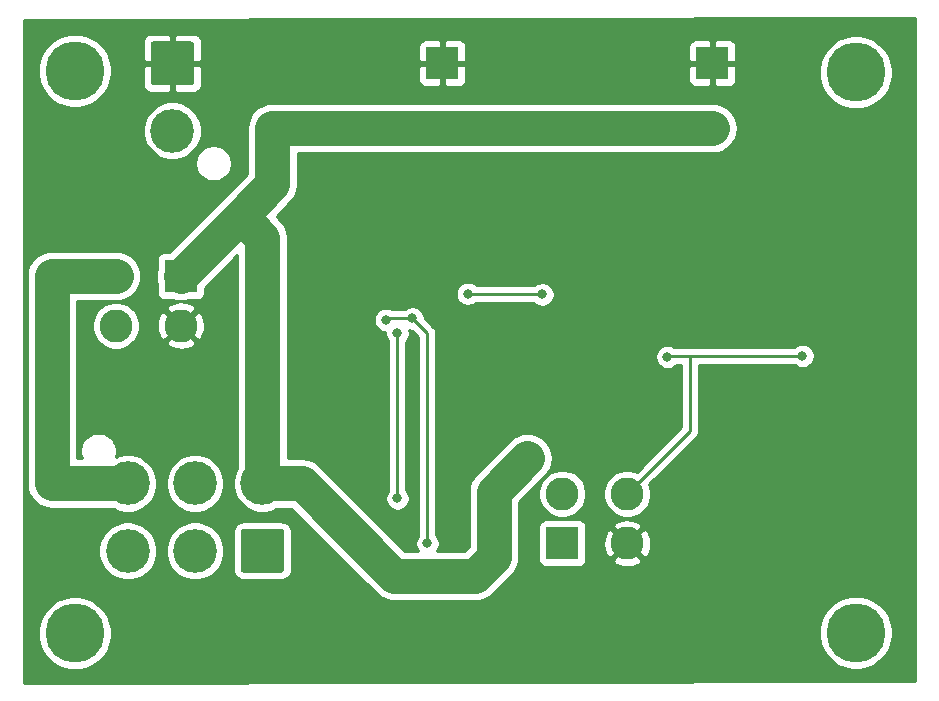
<source format=gbr>
%TF.GenerationSoftware,KiCad,Pcbnew,(5.1.6)-1*%
%TF.CreationDate,2021-04-27T14:58:59-04:00*%
%TF.ProjectId,GLV_BOBV6,474c565f-424f-4425-9636-2e6b69636164,rev?*%
%TF.SameCoordinates,Original*%
%TF.FileFunction,Copper,L2,Bot*%
%TF.FilePolarity,Positive*%
%FSLAX46Y46*%
G04 Gerber Fmt 4.6, Leading zero omitted, Abs format (unit mm)*
G04 Created by KiCad (PCBNEW (5.1.6)-1) date 2021-04-27 14:58:59*
%MOMM*%
%LPD*%
G01*
G04 APERTURE LIST*
%TA.AperFunction,ComponentPad*%
%ADD10R,2.800000X2.800000*%
%TD*%
%TA.AperFunction,ComponentPad*%
%ADD11C,2.800000*%
%TD*%
%TA.AperFunction,ComponentPad*%
%ADD12C,5.000000*%
%TD*%
%TA.AperFunction,ComponentPad*%
%ADD13C,3.700000*%
%TD*%
%TA.AperFunction,ViaPad*%
%ADD14C,0.800000*%
%TD*%
%TA.AperFunction,Conductor*%
%ADD15C,0.250000*%
%TD*%
%TA.AperFunction,Conductor*%
%ADD16C,3.000000*%
%TD*%
%TA.AperFunction,Conductor*%
%ADD17C,0.254000*%
%TD*%
G04 APERTURE END LIST*
D10*
%TO.P,J2 Extra 24V,1*%
%TO.N,/GLV_RTN*%
X177800000Y-21590000D03*
D11*
%TO.P,J2 Extra 24V,2*%
%TO.N,/24V*%
X177800000Y-27090000D03*
%TD*%
%TO.P,J3 CAN ISO,2*%
%TO.N,/24V*%
X154940000Y-27090000D03*
D10*
%TO.P,J3 CAN ISO,1*%
%TO.N,/GLV_RTN*%
X154940000Y-21590000D03*
%TD*%
D11*
%TO.P,J4 Logic,4*%
%TO.N,/24V*%
X170600000Y-58030000D03*
%TO.P,J4 Logic,3*%
%TO.N,/GLV_RTN*%
X170600000Y-62230000D03*
%TO.P,J4 Logic,2*%
%TO.N,/SDA_NOT_ISO*%
X165100000Y-58030000D03*
D10*
%TO.P,J4 Logic,1*%
%TO.N,/SCL_NOT_ISO*%
X165100000Y-62230000D03*
%TD*%
%TO.P,J5 TSI,1*%
%TO.N,/24V*%
X132800000Y-39600000D03*
D11*
%TO.P,J5 TSI,2*%
%TO.N,/GLV_RTN*%
X132800000Y-43800000D03*
%TO.P,J5 TSI,3*%
%TO.N,/BREAKER_OUT_SL*%
X127300000Y-39600000D03*
%TO.P,J5 TSI,4*%
%TO.N,/BREAKER_OUT_COOL*%
X127300000Y-43800000D03*
%TD*%
D12*
%TO.P,H1,1*%
%TO.N,N/C*%
X123825000Y-22225000D03*
%TD*%
%TO.P,H2,1*%
%TO.N,N/C*%
X123825000Y-69850000D03*
%TD*%
%TO.P,H3,1*%
%TO.N,N/C*%
X189950000Y-22350000D03*
%TD*%
%TO.P,H4,1*%
%TO.N,N/C*%
X189950000Y-69800000D03*
%TD*%
D13*
%TO.P,J1 LSP,2*%
%TO.N,/BATT+*%
X132080000Y-27290000D03*
%TO.P,J1 LSP,1*%
%TO.N,/GLV_RTN*%
%TA.AperFunction,ComponentPad*%
G36*
G01*
X130230000Y-23189999D02*
X130230000Y-19990001D01*
G75*
G02*
X130480001Y-19740000I250001J0D01*
G01*
X133679999Y-19740000D01*
G75*
G02*
X133930000Y-19990001I0J-250001D01*
G01*
X133930000Y-23189999D01*
G75*
G02*
X133679999Y-23440000I-250001J0D01*
G01*
X130480001Y-23440000D01*
G75*
G02*
X130230000Y-23189999I0J250001D01*
G01*
G37*
%TD.AperFunction*%
%TD*%
%TO.P,J6 Breakers,6*%
%TO.N,/BREAKER_OUT_SL*%
X128300000Y-57165000D03*
%TO.P,J6 Breakers,5*%
%TO.N,/BREAKER_OUT_COOL*%
X134000000Y-57165000D03*
%TO.P,J6 Breakers,4*%
%TO.N,/24V*%
X139700000Y-57165000D03*
%TO.P,J6 Breakers,3*%
%TO.N,/24V_NOT_BREAKERED*%
X128300000Y-62865000D03*
%TO.P,J6 Breakers,2*%
X134000000Y-62865000D03*
%TO.P,J6 Breakers,1*%
%TA.AperFunction,ComponentPad*%
G36*
G01*
X141550000Y-61265001D02*
X141550000Y-64464999D01*
G75*
G02*
X141299999Y-64715000I-250001J0D01*
G01*
X138100001Y-64715000D01*
G75*
G02*
X137850000Y-64464999I0J250001D01*
G01*
X137850000Y-61265001D01*
G75*
G02*
X138100001Y-61015000I250001J0D01*
G01*
X141299999Y-61015000D01*
G75*
G02*
X141550000Y-61265001I0J-250001D01*
G01*
G37*
%TD.AperFunction*%
%TD*%
D14*
%TO.N,/GLV_RTN*%
X162560000Y-46355000D03*
X182572700Y-33261300D03*
%TO.N,/24V*%
X185420000Y-46355000D03*
X173990000Y-46445000D03*
X162140000Y-55030000D03*
%TO.N,/SDA_NOT_ISO*%
X151130000Y-44450000D03*
X151130000Y-58420000D03*
%TO.N,/SCL_NOT_ISO*%
X152400000Y-43180000D03*
X153670000Y-62230000D03*
X150173600Y-43308400D03*
%TO.N,/5V_NON_ISO*%
X163400000Y-41150000D03*
X157100000Y-41100000D03*
%TD*%
D15*
%TO.N,/24V*%
X174080000Y-46355000D02*
X173990000Y-46445000D01*
X175895000Y-52735000D02*
X170600000Y-58030000D01*
X175895000Y-46355000D02*
X174080000Y-46355000D01*
X175895000Y-46355000D02*
X175895000Y-52735000D01*
X185420000Y-46355000D02*
X175895000Y-46355000D01*
D16*
X154940000Y-27090000D02*
X177800000Y-27090000D01*
X139700000Y-52070000D02*
X139700000Y-57365000D01*
X154940000Y-27090000D02*
X140550000Y-27090000D01*
X140550000Y-27090000D02*
X140550000Y-31850000D01*
X139700000Y-46500000D02*
X139700000Y-52070000D01*
X139700000Y-36340000D02*
X137880000Y-34520000D01*
X140550000Y-31850000D02*
X137880000Y-34520000D01*
X139700000Y-46500000D02*
X139700000Y-36340000D01*
X137880000Y-34520000D02*
X132800000Y-39600000D01*
X143049800Y-57165000D02*
X150884800Y-65000000D01*
X150884800Y-65000000D02*
X157692000Y-65000000D01*
X139700000Y-57165000D02*
X143049800Y-57165000D01*
X157692000Y-65000000D02*
X159300800Y-63391200D01*
X159300800Y-57869200D02*
X162140000Y-55030000D01*
X159300800Y-63391200D02*
X159300800Y-57869200D01*
D15*
%TO.N,/SDA_NOT_ISO*%
X151130000Y-44450000D02*
X151130000Y-58420000D01*
%TO.N,/SCL_NOT_ISO*%
X152400000Y-43180000D02*
X153670000Y-44450000D01*
X153670000Y-44450000D02*
X153670000Y-62230000D01*
X152400000Y-43180000D02*
X150302000Y-43180000D01*
X150302000Y-43180000D02*
X150173600Y-43308400D01*
D16*
%TO.N,/BREAKER_OUT_SL*%
X127300000Y-39600000D02*
X121878000Y-39600000D01*
X121878000Y-39600000D02*
X121878000Y-57126000D01*
X121917000Y-57165000D02*
X128300000Y-57165000D01*
D15*
X121878000Y-57126000D02*
X121917000Y-57165000D01*
%TO.N,/5V_NON_ISO*%
X163400000Y-41150000D02*
X157150000Y-41150000D01*
X157150000Y-41150000D02*
X157100000Y-41100000D01*
%TD*%
D17*
%TO.N,/GLV_RTN*%
G36*
X194973000Y-73917208D02*
G01*
X119507000Y-74040792D01*
X119507000Y-69541229D01*
X120690000Y-69541229D01*
X120690000Y-70158771D01*
X120810476Y-70764446D01*
X121046799Y-71334979D01*
X121389886Y-71848446D01*
X121826554Y-72285114D01*
X122340021Y-72628201D01*
X122910554Y-72864524D01*
X123516229Y-72985000D01*
X124133771Y-72985000D01*
X124739446Y-72864524D01*
X125309979Y-72628201D01*
X125823446Y-72285114D01*
X126260114Y-71848446D01*
X126603201Y-71334979D01*
X126839524Y-70764446D01*
X126960000Y-70158771D01*
X126960000Y-69541229D01*
X126950055Y-69491229D01*
X186815000Y-69491229D01*
X186815000Y-70108771D01*
X186935476Y-70714446D01*
X187171799Y-71284979D01*
X187514886Y-71798446D01*
X187951554Y-72235114D01*
X188465021Y-72578201D01*
X189035554Y-72814524D01*
X189641229Y-72935000D01*
X190258771Y-72935000D01*
X190864446Y-72814524D01*
X191434979Y-72578201D01*
X191948446Y-72235114D01*
X192385114Y-71798446D01*
X192728201Y-71284979D01*
X192964524Y-70714446D01*
X193085000Y-70108771D01*
X193085000Y-69491229D01*
X192964524Y-68885554D01*
X192728201Y-68315021D01*
X192385114Y-67801554D01*
X191948446Y-67364886D01*
X191434979Y-67021799D01*
X190864446Y-66785476D01*
X190258771Y-66665000D01*
X189641229Y-66665000D01*
X189035554Y-66785476D01*
X188465021Y-67021799D01*
X187951554Y-67364886D01*
X187514886Y-67801554D01*
X187171799Y-68315021D01*
X186935476Y-68885554D01*
X186815000Y-69491229D01*
X126950055Y-69491229D01*
X126839524Y-68935554D01*
X126603201Y-68365021D01*
X126260114Y-67851554D01*
X125823446Y-67414886D01*
X125309979Y-67071799D01*
X124739446Y-66835476D01*
X124133771Y-66715000D01*
X123516229Y-66715000D01*
X122910554Y-66835476D01*
X122340021Y-67071799D01*
X121826554Y-67414886D01*
X121389886Y-67851554D01*
X121046799Y-68365021D01*
X120810476Y-68935554D01*
X120690000Y-69541229D01*
X119507000Y-69541229D01*
X119507000Y-62620249D01*
X125815000Y-62620249D01*
X125815000Y-63109751D01*
X125910497Y-63589848D01*
X126097821Y-64042089D01*
X126369774Y-64449095D01*
X126715905Y-64795226D01*
X127122911Y-65067179D01*
X127575152Y-65254503D01*
X128055249Y-65350000D01*
X128544751Y-65350000D01*
X129024848Y-65254503D01*
X129477089Y-65067179D01*
X129884095Y-64795226D01*
X130230226Y-64449095D01*
X130502179Y-64042089D01*
X130689503Y-63589848D01*
X130785000Y-63109751D01*
X130785000Y-62620249D01*
X131515000Y-62620249D01*
X131515000Y-63109751D01*
X131610497Y-63589848D01*
X131797821Y-64042089D01*
X132069774Y-64449095D01*
X132415905Y-64795226D01*
X132822911Y-65067179D01*
X133275152Y-65254503D01*
X133755249Y-65350000D01*
X134244751Y-65350000D01*
X134724848Y-65254503D01*
X135177089Y-65067179D01*
X135584095Y-64795226D01*
X135930226Y-64449095D01*
X136202179Y-64042089D01*
X136389503Y-63589848D01*
X136485000Y-63109751D01*
X136485000Y-62620249D01*
X136389503Y-62140152D01*
X136202179Y-61687911D01*
X135930226Y-61280905D01*
X135914322Y-61265001D01*
X137211928Y-61265001D01*
X137211928Y-64464999D01*
X137228992Y-64638253D01*
X137279529Y-64804850D01*
X137361595Y-64958386D01*
X137472039Y-65092961D01*
X137606614Y-65203405D01*
X137760150Y-65285471D01*
X137926747Y-65336008D01*
X138100001Y-65353072D01*
X141299999Y-65353072D01*
X141473253Y-65336008D01*
X141639850Y-65285471D01*
X141793386Y-65203405D01*
X141927961Y-65092961D01*
X142038405Y-64958386D01*
X142120471Y-64804850D01*
X142171008Y-64638253D01*
X142188072Y-64464999D01*
X142188072Y-61265001D01*
X142171008Y-61091747D01*
X142120471Y-60925150D01*
X142038405Y-60771614D01*
X141927961Y-60637039D01*
X141793386Y-60526595D01*
X141639850Y-60444529D01*
X141473253Y-60393992D01*
X141299999Y-60376928D01*
X138100001Y-60376928D01*
X137926747Y-60393992D01*
X137760150Y-60444529D01*
X137606614Y-60526595D01*
X137472039Y-60637039D01*
X137361595Y-60771614D01*
X137279529Y-60925150D01*
X137228992Y-61091747D01*
X137211928Y-61265001D01*
X135914322Y-61265001D01*
X135584095Y-60934774D01*
X135177089Y-60662821D01*
X134724848Y-60475497D01*
X134244751Y-60380000D01*
X133755249Y-60380000D01*
X133275152Y-60475497D01*
X132822911Y-60662821D01*
X132415905Y-60934774D01*
X132069774Y-61280905D01*
X131797821Y-61687911D01*
X131610497Y-62140152D01*
X131515000Y-62620249D01*
X130785000Y-62620249D01*
X130689503Y-62140152D01*
X130502179Y-61687911D01*
X130230226Y-61280905D01*
X129884095Y-60934774D01*
X129477089Y-60662821D01*
X129024848Y-60475497D01*
X128544751Y-60380000D01*
X128055249Y-60380000D01*
X127575152Y-60475497D01*
X127122911Y-60662821D01*
X126715905Y-60934774D01*
X126369774Y-61280905D01*
X126097821Y-61687911D01*
X125910497Y-62140152D01*
X125815000Y-62620249D01*
X119507000Y-62620249D01*
X119507000Y-39600000D01*
X119732670Y-39600000D01*
X119743000Y-39704882D01*
X119743001Y-57230882D01*
X119773893Y-57544533D01*
X119895975Y-57946982D01*
X120094224Y-58317881D01*
X120361024Y-58642977D01*
X120382441Y-58660554D01*
X120400023Y-58681977D01*
X120725119Y-58948777D01*
X121096018Y-59147026D01*
X121498467Y-59269108D01*
X121812118Y-59300000D01*
X127022371Y-59300000D01*
X127122911Y-59367179D01*
X127575152Y-59554503D01*
X128055249Y-59650000D01*
X128544751Y-59650000D01*
X129024848Y-59554503D01*
X129477089Y-59367179D01*
X129884095Y-59095226D01*
X130230226Y-58749095D01*
X130502179Y-58342089D01*
X130689503Y-57889848D01*
X130785000Y-57409751D01*
X130785000Y-56920249D01*
X131515000Y-56920249D01*
X131515000Y-57409751D01*
X131610497Y-57889848D01*
X131797821Y-58342089D01*
X132069774Y-58749095D01*
X132415905Y-59095226D01*
X132822911Y-59367179D01*
X133275152Y-59554503D01*
X133755249Y-59650000D01*
X134244751Y-59650000D01*
X134724848Y-59554503D01*
X135177089Y-59367179D01*
X135584095Y-59095226D01*
X135930226Y-58749095D01*
X136202179Y-58342089D01*
X136389503Y-57889848D01*
X136485000Y-57409751D01*
X136485000Y-56920249D01*
X136389503Y-56440152D01*
X136202179Y-55987911D01*
X135930226Y-55580905D01*
X135584095Y-55234774D01*
X135177089Y-54962821D01*
X134724848Y-54775497D01*
X134244751Y-54680000D01*
X133755249Y-54680000D01*
X133275152Y-54775497D01*
X132822911Y-54962821D01*
X132415905Y-55234774D01*
X132069774Y-55580905D01*
X131797821Y-55987911D01*
X131610497Y-56440152D01*
X131515000Y-56920249D01*
X130785000Y-56920249D01*
X130689503Y-56440152D01*
X130502179Y-55987911D01*
X130230226Y-55580905D01*
X129884095Y-55234774D01*
X129477089Y-54962821D01*
X129024848Y-54775497D01*
X128544751Y-54680000D01*
X128055249Y-54680000D01*
X127575152Y-54775497D01*
X127271822Y-54901140D01*
X127296011Y-54842743D01*
X127355000Y-54546184D01*
X127355000Y-54243816D01*
X127296011Y-53947257D01*
X127180299Y-53667905D01*
X127012312Y-53416495D01*
X126798505Y-53202688D01*
X126547095Y-53034701D01*
X126267743Y-52918989D01*
X125971184Y-52860000D01*
X125668816Y-52860000D01*
X125372257Y-52918989D01*
X125092905Y-53034701D01*
X124841495Y-53202688D01*
X124627688Y-53416495D01*
X124459701Y-53667905D01*
X124343989Y-53947257D01*
X124285000Y-54243816D01*
X124285000Y-54546184D01*
X124343989Y-54842743D01*
X124421554Y-55030000D01*
X124013000Y-55030000D01*
X124013000Y-43599570D01*
X125265000Y-43599570D01*
X125265000Y-44000430D01*
X125343204Y-44393587D01*
X125496607Y-44763934D01*
X125719313Y-45097237D01*
X126002763Y-45380687D01*
X126336066Y-45603393D01*
X126706413Y-45756796D01*
X127099570Y-45835000D01*
X127500430Y-45835000D01*
X127893587Y-45756796D01*
X128263934Y-45603393D01*
X128597237Y-45380687D01*
X128757477Y-45220447D01*
X131559158Y-45220447D01*
X131703135Y-45525770D01*
X132060892Y-45706597D01*
X132447053Y-45814155D01*
X132846777Y-45844310D01*
X133244704Y-45795904D01*
X133625540Y-45670795D01*
X133896865Y-45525770D01*
X134040842Y-45220447D01*
X132800000Y-43979605D01*
X131559158Y-45220447D01*
X128757477Y-45220447D01*
X128880687Y-45097237D01*
X129103393Y-44763934D01*
X129256796Y-44393587D01*
X129335000Y-44000430D01*
X129335000Y-43846777D01*
X130755690Y-43846777D01*
X130804096Y-44244704D01*
X130929205Y-44625540D01*
X131074230Y-44896865D01*
X131379553Y-45040842D01*
X132620395Y-43800000D01*
X132979605Y-43800000D01*
X134220447Y-45040842D01*
X134525770Y-44896865D01*
X134706597Y-44539108D01*
X134814155Y-44152947D01*
X134844310Y-43753223D01*
X134795904Y-43355296D01*
X134670795Y-42974460D01*
X134525770Y-42703135D01*
X134220447Y-42559158D01*
X132979605Y-43800000D01*
X132620395Y-43800000D01*
X131379553Y-42559158D01*
X131074230Y-42703135D01*
X130893403Y-43060892D01*
X130785845Y-43447053D01*
X130755690Y-43846777D01*
X129335000Y-43846777D01*
X129335000Y-43599570D01*
X129256796Y-43206413D01*
X129103393Y-42836066D01*
X128880687Y-42502763D01*
X128757477Y-42379553D01*
X131559158Y-42379553D01*
X132800000Y-43620395D01*
X134040842Y-42379553D01*
X133896865Y-42074230D01*
X133539108Y-41893403D01*
X133152947Y-41785845D01*
X132753223Y-41755690D01*
X132355296Y-41804096D01*
X131974460Y-41929205D01*
X131703135Y-42074230D01*
X131559158Y-42379553D01*
X128757477Y-42379553D01*
X128597237Y-42219313D01*
X128263934Y-41996607D01*
X127893587Y-41843204D01*
X127500430Y-41765000D01*
X127099570Y-41765000D01*
X126706413Y-41843204D01*
X126336066Y-41996607D01*
X126002763Y-42219313D01*
X125719313Y-42502763D01*
X125496607Y-42836066D01*
X125343204Y-43206413D01*
X125265000Y-43599570D01*
X124013000Y-43599570D01*
X124013000Y-41735000D01*
X127404882Y-41735000D01*
X127718533Y-41704108D01*
X128120982Y-41582026D01*
X128491881Y-41383777D01*
X128816977Y-41116977D01*
X129083777Y-40791881D01*
X129282026Y-40420982D01*
X129404108Y-40018533D01*
X129445330Y-39600000D01*
X130654671Y-39600000D01*
X130695893Y-40018533D01*
X130761928Y-40236220D01*
X130761928Y-41000000D01*
X130774188Y-41124482D01*
X130810498Y-41244180D01*
X130869463Y-41354494D01*
X130948815Y-41451185D01*
X131045506Y-41530537D01*
X131155820Y-41589502D01*
X131275518Y-41625812D01*
X131400000Y-41638072D01*
X132163780Y-41638072D01*
X132381467Y-41704107D01*
X132800000Y-41745329D01*
X133218533Y-41704107D01*
X133436220Y-41638072D01*
X134200000Y-41638072D01*
X134324482Y-41625812D01*
X134444180Y-41589502D01*
X134554494Y-41530537D01*
X134651185Y-41451185D01*
X134730537Y-41354494D01*
X134789502Y-41244180D01*
X134825812Y-41124482D01*
X134838072Y-41000000D01*
X134838072Y-40581273D01*
X137565001Y-37854345D01*
X137565000Y-46395118D01*
X137565000Y-46395119D01*
X137565001Y-51965109D01*
X137565000Y-51965119D01*
X137565001Y-55887370D01*
X137497821Y-55987911D01*
X137310497Y-56440152D01*
X137215000Y-56920249D01*
X137215000Y-57409751D01*
X137310497Y-57889848D01*
X137497821Y-58342089D01*
X137769774Y-58749095D01*
X138115905Y-59095226D01*
X138522911Y-59367179D01*
X138975152Y-59554503D01*
X139455249Y-59650000D01*
X139944751Y-59650000D01*
X140424848Y-59554503D01*
X140877089Y-59367179D01*
X140977629Y-59300000D01*
X142165455Y-59300000D01*
X149300967Y-66435513D01*
X149367823Y-66516977D01*
X149449287Y-66583833D01*
X149449289Y-66583835D01*
X149548189Y-66665000D01*
X149692919Y-66783777D01*
X150063818Y-66982026D01*
X150466267Y-67104108D01*
X150779918Y-67135000D01*
X150779927Y-67135000D01*
X150884799Y-67145329D01*
X150989671Y-67135000D01*
X157587128Y-67135000D01*
X157692000Y-67145329D01*
X157796872Y-67135000D01*
X157796882Y-67135000D01*
X158110533Y-67104108D01*
X158512982Y-66982026D01*
X158883881Y-66783777D01*
X159208977Y-66516977D01*
X159275837Y-66435508D01*
X160736313Y-64975033D01*
X160817777Y-64908177D01*
X160902576Y-64804850D01*
X161084576Y-64583082D01*
X161085440Y-64581467D01*
X161282826Y-64212182D01*
X161404908Y-63809733D01*
X161435800Y-63496082D01*
X161435800Y-63496075D01*
X161446129Y-63391200D01*
X161435800Y-63286326D01*
X161435800Y-60830000D01*
X163061928Y-60830000D01*
X163061928Y-63630000D01*
X163074188Y-63754482D01*
X163110498Y-63874180D01*
X163169463Y-63984494D01*
X163248815Y-64081185D01*
X163345506Y-64160537D01*
X163455820Y-64219502D01*
X163575518Y-64255812D01*
X163700000Y-64268072D01*
X166500000Y-64268072D01*
X166624482Y-64255812D01*
X166744180Y-64219502D01*
X166854494Y-64160537D01*
X166951185Y-64081185D01*
X167030537Y-63984494D01*
X167089502Y-63874180D01*
X167125812Y-63754482D01*
X167136058Y-63650447D01*
X169359158Y-63650447D01*
X169503135Y-63955770D01*
X169860892Y-64136597D01*
X170247053Y-64244155D01*
X170646777Y-64274310D01*
X171044704Y-64225904D01*
X171425540Y-64100795D01*
X171696865Y-63955770D01*
X171840842Y-63650447D01*
X170600000Y-62409605D01*
X169359158Y-63650447D01*
X167136058Y-63650447D01*
X167138072Y-63630000D01*
X167138072Y-62276777D01*
X168555690Y-62276777D01*
X168604096Y-62674704D01*
X168729205Y-63055540D01*
X168874230Y-63326865D01*
X169179553Y-63470842D01*
X170420395Y-62230000D01*
X170779605Y-62230000D01*
X172020447Y-63470842D01*
X172325770Y-63326865D01*
X172506597Y-62969108D01*
X172614155Y-62582947D01*
X172644310Y-62183223D01*
X172595904Y-61785296D01*
X172470795Y-61404460D01*
X172325770Y-61133135D01*
X172020447Y-60989158D01*
X170779605Y-62230000D01*
X170420395Y-62230000D01*
X169179553Y-60989158D01*
X168874230Y-61133135D01*
X168693403Y-61490892D01*
X168585845Y-61877053D01*
X168555690Y-62276777D01*
X167138072Y-62276777D01*
X167138072Y-60830000D01*
X167136059Y-60809553D01*
X169359158Y-60809553D01*
X170600000Y-62050395D01*
X171840842Y-60809553D01*
X171696865Y-60504230D01*
X171339108Y-60323403D01*
X170952947Y-60215845D01*
X170553223Y-60185690D01*
X170155296Y-60234096D01*
X169774460Y-60359205D01*
X169503135Y-60504230D01*
X169359158Y-60809553D01*
X167136059Y-60809553D01*
X167125812Y-60705518D01*
X167089502Y-60585820D01*
X167030537Y-60475506D01*
X166951185Y-60378815D01*
X166854494Y-60299463D01*
X166744180Y-60240498D01*
X166624482Y-60204188D01*
X166500000Y-60191928D01*
X163700000Y-60191928D01*
X163575518Y-60204188D01*
X163455820Y-60240498D01*
X163345506Y-60299463D01*
X163248815Y-60378815D01*
X163169463Y-60475506D01*
X163110498Y-60585820D01*
X163074188Y-60705518D01*
X163061928Y-60830000D01*
X161435800Y-60830000D01*
X161435800Y-58753545D01*
X162359775Y-57829570D01*
X163065000Y-57829570D01*
X163065000Y-58230430D01*
X163143204Y-58623587D01*
X163296607Y-58993934D01*
X163519313Y-59327237D01*
X163802763Y-59610687D01*
X164136066Y-59833393D01*
X164506413Y-59986796D01*
X164899570Y-60065000D01*
X165300430Y-60065000D01*
X165693587Y-59986796D01*
X166063934Y-59833393D01*
X166397237Y-59610687D01*
X166680687Y-59327237D01*
X166903393Y-58993934D01*
X167056796Y-58623587D01*
X167135000Y-58230430D01*
X167135000Y-57829570D01*
X168565000Y-57829570D01*
X168565000Y-58230430D01*
X168643204Y-58623587D01*
X168796607Y-58993934D01*
X169019313Y-59327237D01*
X169302763Y-59610687D01*
X169636066Y-59833393D01*
X170006413Y-59986796D01*
X170399570Y-60065000D01*
X170800430Y-60065000D01*
X171193587Y-59986796D01*
X171563934Y-59833393D01*
X171897237Y-59610687D01*
X172180687Y-59327237D01*
X172403393Y-58993934D01*
X172556796Y-58623587D01*
X172635000Y-58230430D01*
X172635000Y-57829570D01*
X172556796Y-57436413D01*
X172472323Y-57232478D01*
X176406003Y-53298799D01*
X176435001Y-53275001D01*
X176529974Y-53159276D01*
X176600546Y-53027247D01*
X176644003Y-52883986D01*
X176655000Y-52772333D01*
X176655000Y-52772323D01*
X176658676Y-52735000D01*
X176655000Y-52697677D01*
X176655000Y-47115000D01*
X184716289Y-47115000D01*
X184760226Y-47158937D01*
X184929744Y-47272205D01*
X185118102Y-47350226D01*
X185318061Y-47390000D01*
X185521939Y-47390000D01*
X185721898Y-47350226D01*
X185910256Y-47272205D01*
X186079774Y-47158937D01*
X186223937Y-47014774D01*
X186337205Y-46845256D01*
X186415226Y-46656898D01*
X186455000Y-46456939D01*
X186455000Y-46253061D01*
X186415226Y-46053102D01*
X186337205Y-45864744D01*
X186223937Y-45695226D01*
X186079774Y-45551063D01*
X185910256Y-45437795D01*
X185721898Y-45359774D01*
X185521939Y-45320000D01*
X185318061Y-45320000D01*
X185118102Y-45359774D01*
X184929744Y-45437795D01*
X184760226Y-45551063D01*
X184716289Y-45595000D01*
X175932333Y-45595000D01*
X175895000Y-45591323D01*
X175857667Y-45595000D01*
X174580836Y-45595000D01*
X174480256Y-45527795D01*
X174291898Y-45449774D01*
X174091939Y-45410000D01*
X173888061Y-45410000D01*
X173688102Y-45449774D01*
X173499744Y-45527795D01*
X173330226Y-45641063D01*
X173186063Y-45785226D01*
X173072795Y-45954744D01*
X172994774Y-46143102D01*
X172955000Y-46343061D01*
X172955000Y-46546939D01*
X172994774Y-46746898D01*
X173072795Y-46935256D01*
X173186063Y-47104774D01*
X173330226Y-47248937D01*
X173499744Y-47362205D01*
X173688102Y-47440226D01*
X173888061Y-47480000D01*
X174091939Y-47480000D01*
X174291898Y-47440226D01*
X174480256Y-47362205D01*
X174649774Y-47248937D01*
X174783711Y-47115000D01*
X175135000Y-47115000D01*
X175135001Y-52420197D01*
X171397522Y-56157677D01*
X171193587Y-56073204D01*
X170800430Y-55995000D01*
X170399570Y-55995000D01*
X170006413Y-56073204D01*
X169636066Y-56226607D01*
X169302763Y-56449313D01*
X169019313Y-56732763D01*
X168796607Y-57066066D01*
X168643204Y-57436413D01*
X168565000Y-57829570D01*
X167135000Y-57829570D01*
X167056796Y-57436413D01*
X166903393Y-57066066D01*
X166680687Y-56732763D01*
X166397237Y-56449313D01*
X166063934Y-56226607D01*
X165693587Y-56073204D01*
X165300430Y-55995000D01*
X164899570Y-55995000D01*
X164506413Y-56073204D01*
X164136066Y-56226607D01*
X163802763Y-56449313D01*
X163519313Y-56732763D01*
X163296607Y-57066066D01*
X163143204Y-57436413D01*
X163065000Y-57829570D01*
X162359775Y-57829570D01*
X163723835Y-56465511D01*
X163923776Y-56221882D01*
X164122025Y-55850983D01*
X164244107Y-55448534D01*
X164285329Y-55030001D01*
X164244107Y-54611467D01*
X164122025Y-54209019D01*
X163923776Y-53838119D01*
X163656977Y-53513023D01*
X163331881Y-53246224D01*
X162960981Y-53047975D01*
X162558533Y-52925893D01*
X162139999Y-52884671D01*
X161721466Y-52925893D01*
X161319017Y-53047975D01*
X160948118Y-53246224D01*
X160704489Y-53446165D01*
X157865287Y-56285368D01*
X157783824Y-56352223D01*
X157716968Y-56433687D01*
X157716965Y-56433690D01*
X157517024Y-56677319D01*
X157318775Y-57048218D01*
X157196693Y-57450667D01*
X157155471Y-57869200D01*
X157165801Y-57974082D01*
X157165800Y-62506854D01*
X156807655Y-62865000D01*
X154490490Y-62865000D01*
X154587205Y-62720256D01*
X154665226Y-62531898D01*
X154705000Y-62331939D01*
X154705000Y-62128061D01*
X154665226Y-61928102D01*
X154587205Y-61739744D01*
X154473937Y-61570226D01*
X154430000Y-61526289D01*
X154430000Y-44487322D01*
X154433676Y-44449999D01*
X154430000Y-44412676D01*
X154430000Y-44412667D01*
X154419003Y-44301014D01*
X154375546Y-44157753D01*
X154304974Y-44025724D01*
X154210001Y-43909999D01*
X154181004Y-43886202D01*
X153435000Y-43140199D01*
X153435000Y-43078061D01*
X153395226Y-42878102D01*
X153317205Y-42689744D01*
X153203937Y-42520226D01*
X153059774Y-42376063D01*
X152890256Y-42262795D01*
X152701898Y-42184774D01*
X152501939Y-42145000D01*
X152298061Y-42145000D01*
X152098102Y-42184774D01*
X151909744Y-42262795D01*
X151740226Y-42376063D01*
X151696289Y-42420000D01*
X150706966Y-42420000D01*
X150663856Y-42391195D01*
X150475498Y-42313174D01*
X150275539Y-42273400D01*
X150071661Y-42273400D01*
X149871702Y-42313174D01*
X149683344Y-42391195D01*
X149513826Y-42504463D01*
X149369663Y-42648626D01*
X149256395Y-42818144D01*
X149178374Y-43006502D01*
X149138600Y-43206461D01*
X149138600Y-43410339D01*
X149178374Y-43610298D01*
X149256395Y-43798656D01*
X149369663Y-43968174D01*
X149513826Y-44112337D01*
X149683344Y-44225605D01*
X149871702Y-44303626D01*
X150071661Y-44343400D01*
X150095927Y-44343400D01*
X150095000Y-44348061D01*
X150095000Y-44551939D01*
X150134774Y-44751898D01*
X150212795Y-44940256D01*
X150326063Y-45109774D01*
X150370000Y-45153711D01*
X150370001Y-57716288D01*
X150326063Y-57760226D01*
X150212795Y-57929744D01*
X150134774Y-58118102D01*
X150095000Y-58318061D01*
X150095000Y-58521939D01*
X150134774Y-58721898D01*
X150212795Y-58910256D01*
X150326063Y-59079774D01*
X150470226Y-59223937D01*
X150639744Y-59337205D01*
X150828102Y-59415226D01*
X151028061Y-59455000D01*
X151231939Y-59455000D01*
X151431898Y-59415226D01*
X151620256Y-59337205D01*
X151789774Y-59223937D01*
X151933937Y-59079774D01*
X152047205Y-58910256D01*
X152125226Y-58721898D01*
X152165000Y-58521939D01*
X152165000Y-58318061D01*
X152125226Y-58118102D01*
X152047205Y-57929744D01*
X151933937Y-57760226D01*
X151890000Y-57716289D01*
X151890000Y-45153711D01*
X151933937Y-45109774D01*
X152047205Y-44940256D01*
X152125226Y-44751898D01*
X152165000Y-44551939D01*
X152165000Y-44348061D01*
X152131961Y-44181961D01*
X152298061Y-44215000D01*
X152360199Y-44215000D01*
X152910000Y-44764802D01*
X152910001Y-61526288D01*
X152866063Y-61570226D01*
X152752795Y-61739744D01*
X152674774Y-61928102D01*
X152635000Y-62128061D01*
X152635000Y-62331939D01*
X152674774Y-62531898D01*
X152752795Y-62720256D01*
X152849510Y-62865000D01*
X151769146Y-62865000D01*
X144633637Y-55729492D01*
X144566777Y-55648023D01*
X144241681Y-55381223D01*
X143870782Y-55182974D01*
X143468333Y-55060892D01*
X143154682Y-55030000D01*
X143154672Y-55030000D01*
X143049800Y-55019671D01*
X142944928Y-55030000D01*
X141835000Y-55030000D01*
X141835000Y-40998061D01*
X156065000Y-40998061D01*
X156065000Y-41201939D01*
X156104774Y-41401898D01*
X156182795Y-41590256D01*
X156296063Y-41759774D01*
X156440226Y-41903937D01*
X156609744Y-42017205D01*
X156798102Y-42095226D01*
X156998061Y-42135000D01*
X157201939Y-42135000D01*
X157401898Y-42095226D01*
X157590256Y-42017205D01*
X157750700Y-41910000D01*
X162696289Y-41910000D01*
X162740226Y-41953937D01*
X162909744Y-42067205D01*
X163098102Y-42145226D01*
X163298061Y-42185000D01*
X163501939Y-42185000D01*
X163701898Y-42145226D01*
X163890256Y-42067205D01*
X164059774Y-41953937D01*
X164203937Y-41809774D01*
X164317205Y-41640256D01*
X164395226Y-41451898D01*
X164435000Y-41251939D01*
X164435000Y-41048061D01*
X164395226Y-40848102D01*
X164317205Y-40659744D01*
X164203937Y-40490226D01*
X164059774Y-40346063D01*
X163890256Y-40232795D01*
X163701898Y-40154774D01*
X163501939Y-40115000D01*
X163298061Y-40115000D01*
X163098102Y-40154774D01*
X162909744Y-40232795D01*
X162740226Y-40346063D01*
X162696289Y-40390000D01*
X157853711Y-40390000D01*
X157759774Y-40296063D01*
X157590256Y-40182795D01*
X157401898Y-40104774D01*
X157201939Y-40065000D01*
X156998061Y-40065000D01*
X156798102Y-40104774D01*
X156609744Y-40182795D01*
X156440226Y-40296063D01*
X156296063Y-40440226D01*
X156182795Y-40609744D01*
X156104774Y-40798102D01*
X156065000Y-40998061D01*
X141835000Y-40998061D01*
X141835000Y-36444874D01*
X141845329Y-36340000D01*
X141835000Y-36235125D01*
X141835000Y-36235118D01*
X141804108Y-35921467D01*
X141682026Y-35519018D01*
X141483777Y-35148119D01*
X141216977Y-34823023D01*
X141135508Y-34756163D01*
X140899345Y-34520000D01*
X141985513Y-33433833D01*
X142066977Y-33366977D01*
X142333777Y-33041881D01*
X142532026Y-32670982D01*
X142654108Y-32268533D01*
X142685000Y-31954882D01*
X142685000Y-31954873D01*
X142695329Y-31850001D01*
X142685000Y-31745129D01*
X142685000Y-29225000D01*
X177904882Y-29225000D01*
X178218533Y-29194108D01*
X178620982Y-29072026D01*
X178991881Y-28873777D01*
X179316977Y-28606977D01*
X179583777Y-28281881D01*
X179782026Y-27910982D01*
X179904108Y-27508533D01*
X179945330Y-27090000D01*
X179904108Y-26671467D01*
X179782026Y-26269018D01*
X179583777Y-25898119D01*
X179316977Y-25573023D01*
X178991881Y-25306223D01*
X178620982Y-25107974D01*
X178218533Y-24985892D01*
X177904882Y-24955000D01*
X140654882Y-24955000D01*
X140550000Y-24944670D01*
X140445118Y-24955000D01*
X140131467Y-24985892D01*
X139729018Y-25107974D01*
X139358119Y-25306223D01*
X139033023Y-25573023D01*
X138766223Y-25898119D01*
X138567974Y-26269018D01*
X138445892Y-26671467D01*
X138404670Y-27090000D01*
X138415000Y-27194882D01*
X138415001Y-30965653D01*
X136444494Y-32936161D01*
X136444489Y-32936165D01*
X136444485Y-32936169D01*
X136363023Y-33003023D01*
X136296169Y-33084485D01*
X131818727Y-37561928D01*
X131400000Y-37561928D01*
X131275518Y-37574188D01*
X131155820Y-37610498D01*
X131045506Y-37669463D01*
X130948815Y-37748815D01*
X130869463Y-37845506D01*
X130810498Y-37955820D01*
X130774188Y-38075518D01*
X130761928Y-38200000D01*
X130761928Y-38963780D01*
X130695893Y-39181467D01*
X130654671Y-39600000D01*
X129445330Y-39600000D01*
X129404108Y-39181467D01*
X129282026Y-38779018D01*
X129083777Y-38408119D01*
X128816977Y-38083023D01*
X128491881Y-37816223D01*
X128120982Y-37617974D01*
X127718533Y-37495892D01*
X127404882Y-37465000D01*
X121982882Y-37465000D01*
X121878000Y-37454670D01*
X121773118Y-37465000D01*
X121459467Y-37495892D01*
X121057018Y-37617974D01*
X120686119Y-37816223D01*
X120361023Y-38083023D01*
X120094223Y-38408119D01*
X119895974Y-38779018D01*
X119773892Y-39181467D01*
X119732670Y-39600000D01*
X119507000Y-39600000D01*
X119507000Y-29908816D01*
X134025000Y-29908816D01*
X134025000Y-30211184D01*
X134083989Y-30507743D01*
X134199701Y-30787095D01*
X134367688Y-31038505D01*
X134581495Y-31252312D01*
X134832905Y-31420299D01*
X135112257Y-31536011D01*
X135408816Y-31595000D01*
X135711184Y-31595000D01*
X136007743Y-31536011D01*
X136287095Y-31420299D01*
X136538505Y-31252312D01*
X136752312Y-31038505D01*
X136920299Y-30787095D01*
X137036011Y-30507743D01*
X137095000Y-30211184D01*
X137095000Y-29908816D01*
X137036011Y-29612257D01*
X136920299Y-29332905D01*
X136752312Y-29081495D01*
X136538505Y-28867688D01*
X136287095Y-28699701D01*
X136007743Y-28583989D01*
X135711184Y-28525000D01*
X135408816Y-28525000D01*
X135112257Y-28583989D01*
X134832905Y-28699701D01*
X134581495Y-28867688D01*
X134367688Y-29081495D01*
X134199701Y-29332905D01*
X134083989Y-29612257D01*
X134025000Y-29908816D01*
X119507000Y-29908816D01*
X119507000Y-27045249D01*
X129595000Y-27045249D01*
X129595000Y-27534751D01*
X129690497Y-28014848D01*
X129877821Y-28467089D01*
X130149774Y-28874095D01*
X130495905Y-29220226D01*
X130902911Y-29492179D01*
X131355152Y-29679503D01*
X131835249Y-29775000D01*
X132324751Y-29775000D01*
X132804848Y-29679503D01*
X133257089Y-29492179D01*
X133664095Y-29220226D01*
X134010226Y-28874095D01*
X134282179Y-28467089D01*
X134469503Y-28014848D01*
X134565000Y-27534751D01*
X134565000Y-27045249D01*
X134469503Y-26565152D01*
X134282179Y-26112911D01*
X134010226Y-25705905D01*
X133664095Y-25359774D01*
X133257089Y-25087821D01*
X132804848Y-24900497D01*
X132324751Y-24805000D01*
X131835249Y-24805000D01*
X131355152Y-24900497D01*
X130902911Y-25087821D01*
X130495905Y-25359774D01*
X130149774Y-25705905D01*
X129877821Y-26112911D01*
X129690497Y-26565152D01*
X129595000Y-27045249D01*
X119507000Y-27045249D01*
X119507000Y-21916229D01*
X120690000Y-21916229D01*
X120690000Y-22533771D01*
X120810476Y-23139446D01*
X121046799Y-23709979D01*
X121389886Y-24223446D01*
X121826554Y-24660114D01*
X122340021Y-25003201D01*
X122910554Y-25239524D01*
X123516229Y-25360000D01*
X124133771Y-25360000D01*
X124739446Y-25239524D01*
X125309979Y-25003201D01*
X125823446Y-24660114D01*
X126260114Y-24223446D01*
X126603201Y-23709979D01*
X126715030Y-23440000D01*
X129591928Y-23440000D01*
X129604188Y-23564482D01*
X129640498Y-23684180D01*
X129699463Y-23794494D01*
X129778815Y-23891185D01*
X129875506Y-23970537D01*
X129985820Y-24029502D01*
X130105518Y-24065812D01*
X130230000Y-24078072D01*
X131794250Y-24075000D01*
X131953000Y-23916250D01*
X131953000Y-21717000D01*
X132207000Y-21717000D01*
X132207000Y-23916250D01*
X132365750Y-24075000D01*
X133930000Y-24078072D01*
X134054482Y-24065812D01*
X134174180Y-24029502D01*
X134284494Y-23970537D01*
X134381185Y-23891185D01*
X134460537Y-23794494D01*
X134519502Y-23684180D01*
X134555812Y-23564482D01*
X134568072Y-23440000D01*
X134567189Y-22990000D01*
X152901928Y-22990000D01*
X152914188Y-23114482D01*
X152950498Y-23234180D01*
X153009463Y-23344494D01*
X153088815Y-23441185D01*
X153185506Y-23520537D01*
X153295820Y-23579502D01*
X153415518Y-23615812D01*
X153540000Y-23628072D01*
X154654250Y-23625000D01*
X154813000Y-23466250D01*
X154813000Y-21717000D01*
X155067000Y-21717000D01*
X155067000Y-23466250D01*
X155225750Y-23625000D01*
X156340000Y-23628072D01*
X156464482Y-23615812D01*
X156584180Y-23579502D01*
X156694494Y-23520537D01*
X156791185Y-23441185D01*
X156870537Y-23344494D01*
X156929502Y-23234180D01*
X156965812Y-23114482D01*
X156978072Y-22990000D01*
X175761928Y-22990000D01*
X175774188Y-23114482D01*
X175810498Y-23234180D01*
X175869463Y-23344494D01*
X175948815Y-23441185D01*
X176045506Y-23520537D01*
X176155820Y-23579502D01*
X176275518Y-23615812D01*
X176400000Y-23628072D01*
X177514250Y-23625000D01*
X177673000Y-23466250D01*
X177673000Y-21717000D01*
X177927000Y-21717000D01*
X177927000Y-23466250D01*
X178085750Y-23625000D01*
X179200000Y-23628072D01*
X179324482Y-23615812D01*
X179444180Y-23579502D01*
X179554494Y-23520537D01*
X179651185Y-23441185D01*
X179730537Y-23344494D01*
X179789502Y-23234180D01*
X179825812Y-23114482D01*
X179838072Y-22990000D01*
X179835457Y-22041229D01*
X186815000Y-22041229D01*
X186815000Y-22658771D01*
X186935476Y-23264446D01*
X187171799Y-23834979D01*
X187514886Y-24348446D01*
X187951554Y-24785114D01*
X188465021Y-25128201D01*
X189035554Y-25364524D01*
X189641229Y-25485000D01*
X190258771Y-25485000D01*
X190864446Y-25364524D01*
X191434979Y-25128201D01*
X191948446Y-24785114D01*
X192385114Y-24348446D01*
X192728201Y-23834979D01*
X192964524Y-23264446D01*
X193085000Y-22658771D01*
X193085000Y-22041229D01*
X192964524Y-21435554D01*
X192728201Y-20865021D01*
X192385114Y-20351554D01*
X191948446Y-19914886D01*
X191434979Y-19571799D01*
X190864446Y-19335476D01*
X190258771Y-19215000D01*
X189641229Y-19215000D01*
X189035554Y-19335476D01*
X188465021Y-19571799D01*
X187951554Y-19914886D01*
X187514886Y-20351554D01*
X187171799Y-20865021D01*
X186935476Y-21435554D01*
X186815000Y-22041229D01*
X179835457Y-22041229D01*
X179835000Y-21875750D01*
X179676250Y-21717000D01*
X177927000Y-21717000D01*
X177673000Y-21717000D01*
X175923750Y-21717000D01*
X175765000Y-21875750D01*
X175761928Y-22990000D01*
X156978072Y-22990000D01*
X156975000Y-21875750D01*
X156816250Y-21717000D01*
X155067000Y-21717000D01*
X154813000Y-21717000D01*
X153063750Y-21717000D01*
X152905000Y-21875750D01*
X152901928Y-22990000D01*
X134567189Y-22990000D01*
X134565000Y-21875750D01*
X134406250Y-21717000D01*
X132207000Y-21717000D01*
X131953000Y-21717000D01*
X129753750Y-21717000D01*
X129595000Y-21875750D01*
X129591928Y-23440000D01*
X126715030Y-23440000D01*
X126839524Y-23139446D01*
X126960000Y-22533771D01*
X126960000Y-21916229D01*
X126839524Y-21310554D01*
X126603201Y-20740021D01*
X126260114Y-20226554D01*
X125823446Y-19789886D01*
X125748787Y-19740000D01*
X129591928Y-19740000D01*
X129595000Y-21304250D01*
X129753750Y-21463000D01*
X131953000Y-21463000D01*
X131953000Y-19263750D01*
X132207000Y-19263750D01*
X132207000Y-21463000D01*
X134406250Y-21463000D01*
X134565000Y-21304250D01*
X134567188Y-20190000D01*
X152901928Y-20190000D01*
X152905000Y-21304250D01*
X153063750Y-21463000D01*
X154813000Y-21463000D01*
X154813000Y-19713750D01*
X155067000Y-19713750D01*
X155067000Y-21463000D01*
X156816250Y-21463000D01*
X156975000Y-21304250D01*
X156978072Y-20190000D01*
X175761928Y-20190000D01*
X175765000Y-21304250D01*
X175923750Y-21463000D01*
X177673000Y-21463000D01*
X177673000Y-19713750D01*
X177927000Y-19713750D01*
X177927000Y-21463000D01*
X179676250Y-21463000D01*
X179835000Y-21304250D01*
X179838072Y-20190000D01*
X179825812Y-20065518D01*
X179789502Y-19945820D01*
X179730537Y-19835506D01*
X179651185Y-19738815D01*
X179554494Y-19659463D01*
X179444180Y-19600498D01*
X179324482Y-19564188D01*
X179200000Y-19551928D01*
X178085750Y-19555000D01*
X177927000Y-19713750D01*
X177673000Y-19713750D01*
X177514250Y-19555000D01*
X176400000Y-19551928D01*
X176275518Y-19564188D01*
X176155820Y-19600498D01*
X176045506Y-19659463D01*
X175948815Y-19738815D01*
X175869463Y-19835506D01*
X175810498Y-19945820D01*
X175774188Y-20065518D01*
X175761928Y-20190000D01*
X156978072Y-20190000D01*
X156965812Y-20065518D01*
X156929502Y-19945820D01*
X156870537Y-19835506D01*
X156791185Y-19738815D01*
X156694494Y-19659463D01*
X156584180Y-19600498D01*
X156464482Y-19564188D01*
X156340000Y-19551928D01*
X155225750Y-19555000D01*
X155067000Y-19713750D01*
X154813000Y-19713750D01*
X154654250Y-19555000D01*
X153540000Y-19551928D01*
X153415518Y-19564188D01*
X153295820Y-19600498D01*
X153185506Y-19659463D01*
X153088815Y-19738815D01*
X153009463Y-19835506D01*
X152950498Y-19945820D01*
X152914188Y-20065518D01*
X152901928Y-20190000D01*
X134567188Y-20190000D01*
X134568072Y-19740000D01*
X134555812Y-19615518D01*
X134519502Y-19495820D01*
X134460537Y-19385506D01*
X134381185Y-19288815D01*
X134284494Y-19209463D01*
X134174180Y-19150498D01*
X134054482Y-19114188D01*
X133930000Y-19101928D01*
X132365750Y-19105000D01*
X132207000Y-19263750D01*
X131953000Y-19263750D01*
X131794250Y-19105000D01*
X130230000Y-19101928D01*
X130105518Y-19114188D01*
X129985820Y-19150498D01*
X129875506Y-19209463D01*
X129778815Y-19288815D01*
X129699463Y-19385506D01*
X129640498Y-19495820D01*
X129604188Y-19615518D01*
X129591928Y-19740000D01*
X125748787Y-19740000D01*
X125309979Y-19446799D01*
X124739446Y-19210476D01*
X124133771Y-19090000D01*
X123516229Y-19090000D01*
X122910554Y-19210476D01*
X122340021Y-19446799D01*
X121826554Y-19789886D01*
X121389886Y-20226554D01*
X121046799Y-20740021D01*
X120810476Y-21310554D01*
X120690000Y-21916229D01*
X119507000Y-21916229D01*
X119507000Y-17906792D01*
X194973000Y-17783208D01*
X194973000Y-73917208D01*
G37*
X194973000Y-73917208D02*
X119507000Y-74040792D01*
X119507000Y-69541229D01*
X120690000Y-69541229D01*
X120690000Y-70158771D01*
X120810476Y-70764446D01*
X121046799Y-71334979D01*
X121389886Y-71848446D01*
X121826554Y-72285114D01*
X122340021Y-72628201D01*
X122910554Y-72864524D01*
X123516229Y-72985000D01*
X124133771Y-72985000D01*
X124739446Y-72864524D01*
X125309979Y-72628201D01*
X125823446Y-72285114D01*
X126260114Y-71848446D01*
X126603201Y-71334979D01*
X126839524Y-70764446D01*
X126960000Y-70158771D01*
X126960000Y-69541229D01*
X126950055Y-69491229D01*
X186815000Y-69491229D01*
X186815000Y-70108771D01*
X186935476Y-70714446D01*
X187171799Y-71284979D01*
X187514886Y-71798446D01*
X187951554Y-72235114D01*
X188465021Y-72578201D01*
X189035554Y-72814524D01*
X189641229Y-72935000D01*
X190258771Y-72935000D01*
X190864446Y-72814524D01*
X191434979Y-72578201D01*
X191948446Y-72235114D01*
X192385114Y-71798446D01*
X192728201Y-71284979D01*
X192964524Y-70714446D01*
X193085000Y-70108771D01*
X193085000Y-69491229D01*
X192964524Y-68885554D01*
X192728201Y-68315021D01*
X192385114Y-67801554D01*
X191948446Y-67364886D01*
X191434979Y-67021799D01*
X190864446Y-66785476D01*
X190258771Y-66665000D01*
X189641229Y-66665000D01*
X189035554Y-66785476D01*
X188465021Y-67021799D01*
X187951554Y-67364886D01*
X187514886Y-67801554D01*
X187171799Y-68315021D01*
X186935476Y-68885554D01*
X186815000Y-69491229D01*
X126950055Y-69491229D01*
X126839524Y-68935554D01*
X126603201Y-68365021D01*
X126260114Y-67851554D01*
X125823446Y-67414886D01*
X125309979Y-67071799D01*
X124739446Y-66835476D01*
X124133771Y-66715000D01*
X123516229Y-66715000D01*
X122910554Y-66835476D01*
X122340021Y-67071799D01*
X121826554Y-67414886D01*
X121389886Y-67851554D01*
X121046799Y-68365021D01*
X120810476Y-68935554D01*
X120690000Y-69541229D01*
X119507000Y-69541229D01*
X119507000Y-62620249D01*
X125815000Y-62620249D01*
X125815000Y-63109751D01*
X125910497Y-63589848D01*
X126097821Y-64042089D01*
X126369774Y-64449095D01*
X126715905Y-64795226D01*
X127122911Y-65067179D01*
X127575152Y-65254503D01*
X128055249Y-65350000D01*
X128544751Y-65350000D01*
X129024848Y-65254503D01*
X129477089Y-65067179D01*
X129884095Y-64795226D01*
X130230226Y-64449095D01*
X130502179Y-64042089D01*
X130689503Y-63589848D01*
X130785000Y-63109751D01*
X130785000Y-62620249D01*
X131515000Y-62620249D01*
X131515000Y-63109751D01*
X131610497Y-63589848D01*
X131797821Y-64042089D01*
X132069774Y-64449095D01*
X132415905Y-64795226D01*
X132822911Y-65067179D01*
X133275152Y-65254503D01*
X133755249Y-65350000D01*
X134244751Y-65350000D01*
X134724848Y-65254503D01*
X135177089Y-65067179D01*
X135584095Y-64795226D01*
X135930226Y-64449095D01*
X136202179Y-64042089D01*
X136389503Y-63589848D01*
X136485000Y-63109751D01*
X136485000Y-62620249D01*
X136389503Y-62140152D01*
X136202179Y-61687911D01*
X135930226Y-61280905D01*
X135914322Y-61265001D01*
X137211928Y-61265001D01*
X137211928Y-64464999D01*
X137228992Y-64638253D01*
X137279529Y-64804850D01*
X137361595Y-64958386D01*
X137472039Y-65092961D01*
X137606614Y-65203405D01*
X137760150Y-65285471D01*
X137926747Y-65336008D01*
X138100001Y-65353072D01*
X141299999Y-65353072D01*
X141473253Y-65336008D01*
X141639850Y-65285471D01*
X141793386Y-65203405D01*
X141927961Y-65092961D01*
X142038405Y-64958386D01*
X142120471Y-64804850D01*
X142171008Y-64638253D01*
X142188072Y-64464999D01*
X142188072Y-61265001D01*
X142171008Y-61091747D01*
X142120471Y-60925150D01*
X142038405Y-60771614D01*
X141927961Y-60637039D01*
X141793386Y-60526595D01*
X141639850Y-60444529D01*
X141473253Y-60393992D01*
X141299999Y-60376928D01*
X138100001Y-60376928D01*
X137926747Y-60393992D01*
X137760150Y-60444529D01*
X137606614Y-60526595D01*
X137472039Y-60637039D01*
X137361595Y-60771614D01*
X137279529Y-60925150D01*
X137228992Y-61091747D01*
X137211928Y-61265001D01*
X135914322Y-61265001D01*
X135584095Y-60934774D01*
X135177089Y-60662821D01*
X134724848Y-60475497D01*
X134244751Y-60380000D01*
X133755249Y-60380000D01*
X133275152Y-60475497D01*
X132822911Y-60662821D01*
X132415905Y-60934774D01*
X132069774Y-61280905D01*
X131797821Y-61687911D01*
X131610497Y-62140152D01*
X131515000Y-62620249D01*
X130785000Y-62620249D01*
X130689503Y-62140152D01*
X130502179Y-61687911D01*
X130230226Y-61280905D01*
X129884095Y-60934774D01*
X129477089Y-60662821D01*
X129024848Y-60475497D01*
X128544751Y-60380000D01*
X128055249Y-60380000D01*
X127575152Y-60475497D01*
X127122911Y-60662821D01*
X126715905Y-60934774D01*
X126369774Y-61280905D01*
X126097821Y-61687911D01*
X125910497Y-62140152D01*
X125815000Y-62620249D01*
X119507000Y-62620249D01*
X119507000Y-39600000D01*
X119732670Y-39600000D01*
X119743000Y-39704882D01*
X119743001Y-57230882D01*
X119773893Y-57544533D01*
X119895975Y-57946982D01*
X120094224Y-58317881D01*
X120361024Y-58642977D01*
X120382441Y-58660554D01*
X120400023Y-58681977D01*
X120725119Y-58948777D01*
X121096018Y-59147026D01*
X121498467Y-59269108D01*
X121812118Y-59300000D01*
X127022371Y-59300000D01*
X127122911Y-59367179D01*
X127575152Y-59554503D01*
X128055249Y-59650000D01*
X128544751Y-59650000D01*
X129024848Y-59554503D01*
X129477089Y-59367179D01*
X129884095Y-59095226D01*
X130230226Y-58749095D01*
X130502179Y-58342089D01*
X130689503Y-57889848D01*
X130785000Y-57409751D01*
X130785000Y-56920249D01*
X131515000Y-56920249D01*
X131515000Y-57409751D01*
X131610497Y-57889848D01*
X131797821Y-58342089D01*
X132069774Y-58749095D01*
X132415905Y-59095226D01*
X132822911Y-59367179D01*
X133275152Y-59554503D01*
X133755249Y-59650000D01*
X134244751Y-59650000D01*
X134724848Y-59554503D01*
X135177089Y-59367179D01*
X135584095Y-59095226D01*
X135930226Y-58749095D01*
X136202179Y-58342089D01*
X136389503Y-57889848D01*
X136485000Y-57409751D01*
X136485000Y-56920249D01*
X136389503Y-56440152D01*
X136202179Y-55987911D01*
X135930226Y-55580905D01*
X135584095Y-55234774D01*
X135177089Y-54962821D01*
X134724848Y-54775497D01*
X134244751Y-54680000D01*
X133755249Y-54680000D01*
X133275152Y-54775497D01*
X132822911Y-54962821D01*
X132415905Y-55234774D01*
X132069774Y-55580905D01*
X131797821Y-55987911D01*
X131610497Y-56440152D01*
X131515000Y-56920249D01*
X130785000Y-56920249D01*
X130689503Y-56440152D01*
X130502179Y-55987911D01*
X130230226Y-55580905D01*
X129884095Y-55234774D01*
X129477089Y-54962821D01*
X129024848Y-54775497D01*
X128544751Y-54680000D01*
X128055249Y-54680000D01*
X127575152Y-54775497D01*
X127271822Y-54901140D01*
X127296011Y-54842743D01*
X127355000Y-54546184D01*
X127355000Y-54243816D01*
X127296011Y-53947257D01*
X127180299Y-53667905D01*
X127012312Y-53416495D01*
X126798505Y-53202688D01*
X126547095Y-53034701D01*
X126267743Y-52918989D01*
X125971184Y-52860000D01*
X125668816Y-52860000D01*
X125372257Y-52918989D01*
X125092905Y-53034701D01*
X124841495Y-53202688D01*
X124627688Y-53416495D01*
X124459701Y-53667905D01*
X124343989Y-53947257D01*
X124285000Y-54243816D01*
X124285000Y-54546184D01*
X124343989Y-54842743D01*
X124421554Y-55030000D01*
X124013000Y-55030000D01*
X124013000Y-43599570D01*
X125265000Y-43599570D01*
X125265000Y-44000430D01*
X125343204Y-44393587D01*
X125496607Y-44763934D01*
X125719313Y-45097237D01*
X126002763Y-45380687D01*
X126336066Y-45603393D01*
X126706413Y-45756796D01*
X127099570Y-45835000D01*
X127500430Y-45835000D01*
X127893587Y-45756796D01*
X128263934Y-45603393D01*
X128597237Y-45380687D01*
X128757477Y-45220447D01*
X131559158Y-45220447D01*
X131703135Y-45525770D01*
X132060892Y-45706597D01*
X132447053Y-45814155D01*
X132846777Y-45844310D01*
X133244704Y-45795904D01*
X133625540Y-45670795D01*
X133896865Y-45525770D01*
X134040842Y-45220447D01*
X132800000Y-43979605D01*
X131559158Y-45220447D01*
X128757477Y-45220447D01*
X128880687Y-45097237D01*
X129103393Y-44763934D01*
X129256796Y-44393587D01*
X129335000Y-44000430D01*
X129335000Y-43846777D01*
X130755690Y-43846777D01*
X130804096Y-44244704D01*
X130929205Y-44625540D01*
X131074230Y-44896865D01*
X131379553Y-45040842D01*
X132620395Y-43800000D01*
X132979605Y-43800000D01*
X134220447Y-45040842D01*
X134525770Y-44896865D01*
X134706597Y-44539108D01*
X134814155Y-44152947D01*
X134844310Y-43753223D01*
X134795904Y-43355296D01*
X134670795Y-42974460D01*
X134525770Y-42703135D01*
X134220447Y-42559158D01*
X132979605Y-43800000D01*
X132620395Y-43800000D01*
X131379553Y-42559158D01*
X131074230Y-42703135D01*
X130893403Y-43060892D01*
X130785845Y-43447053D01*
X130755690Y-43846777D01*
X129335000Y-43846777D01*
X129335000Y-43599570D01*
X129256796Y-43206413D01*
X129103393Y-42836066D01*
X128880687Y-42502763D01*
X128757477Y-42379553D01*
X131559158Y-42379553D01*
X132800000Y-43620395D01*
X134040842Y-42379553D01*
X133896865Y-42074230D01*
X133539108Y-41893403D01*
X133152947Y-41785845D01*
X132753223Y-41755690D01*
X132355296Y-41804096D01*
X131974460Y-41929205D01*
X131703135Y-42074230D01*
X131559158Y-42379553D01*
X128757477Y-42379553D01*
X128597237Y-42219313D01*
X128263934Y-41996607D01*
X127893587Y-41843204D01*
X127500430Y-41765000D01*
X127099570Y-41765000D01*
X126706413Y-41843204D01*
X126336066Y-41996607D01*
X126002763Y-42219313D01*
X125719313Y-42502763D01*
X125496607Y-42836066D01*
X125343204Y-43206413D01*
X125265000Y-43599570D01*
X124013000Y-43599570D01*
X124013000Y-41735000D01*
X127404882Y-41735000D01*
X127718533Y-41704108D01*
X128120982Y-41582026D01*
X128491881Y-41383777D01*
X128816977Y-41116977D01*
X129083777Y-40791881D01*
X129282026Y-40420982D01*
X129404108Y-40018533D01*
X129445330Y-39600000D01*
X130654671Y-39600000D01*
X130695893Y-40018533D01*
X130761928Y-40236220D01*
X130761928Y-41000000D01*
X130774188Y-41124482D01*
X130810498Y-41244180D01*
X130869463Y-41354494D01*
X130948815Y-41451185D01*
X131045506Y-41530537D01*
X131155820Y-41589502D01*
X131275518Y-41625812D01*
X131400000Y-41638072D01*
X132163780Y-41638072D01*
X132381467Y-41704107D01*
X132800000Y-41745329D01*
X133218533Y-41704107D01*
X133436220Y-41638072D01*
X134200000Y-41638072D01*
X134324482Y-41625812D01*
X134444180Y-41589502D01*
X134554494Y-41530537D01*
X134651185Y-41451185D01*
X134730537Y-41354494D01*
X134789502Y-41244180D01*
X134825812Y-41124482D01*
X134838072Y-41000000D01*
X134838072Y-40581273D01*
X137565001Y-37854345D01*
X137565000Y-46395118D01*
X137565000Y-46395119D01*
X137565001Y-51965109D01*
X137565000Y-51965119D01*
X137565001Y-55887370D01*
X137497821Y-55987911D01*
X137310497Y-56440152D01*
X137215000Y-56920249D01*
X137215000Y-57409751D01*
X137310497Y-57889848D01*
X137497821Y-58342089D01*
X137769774Y-58749095D01*
X138115905Y-59095226D01*
X138522911Y-59367179D01*
X138975152Y-59554503D01*
X139455249Y-59650000D01*
X139944751Y-59650000D01*
X140424848Y-59554503D01*
X140877089Y-59367179D01*
X140977629Y-59300000D01*
X142165455Y-59300000D01*
X149300967Y-66435513D01*
X149367823Y-66516977D01*
X149449287Y-66583833D01*
X149449289Y-66583835D01*
X149548189Y-66665000D01*
X149692919Y-66783777D01*
X150063818Y-66982026D01*
X150466267Y-67104108D01*
X150779918Y-67135000D01*
X150779927Y-67135000D01*
X150884799Y-67145329D01*
X150989671Y-67135000D01*
X157587128Y-67135000D01*
X157692000Y-67145329D01*
X157796872Y-67135000D01*
X157796882Y-67135000D01*
X158110533Y-67104108D01*
X158512982Y-66982026D01*
X158883881Y-66783777D01*
X159208977Y-66516977D01*
X159275837Y-66435508D01*
X160736313Y-64975033D01*
X160817777Y-64908177D01*
X160902576Y-64804850D01*
X161084576Y-64583082D01*
X161085440Y-64581467D01*
X161282826Y-64212182D01*
X161404908Y-63809733D01*
X161435800Y-63496082D01*
X161435800Y-63496075D01*
X161446129Y-63391200D01*
X161435800Y-63286326D01*
X161435800Y-60830000D01*
X163061928Y-60830000D01*
X163061928Y-63630000D01*
X163074188Y-63754482D01*
X163110498Y-63874180D01*
X163169463Y-63984494D01*
X163248815Y-64081185D01*
X163345506Y-64160537D01*
X163455820Y-64219502D01*
X163575518Y-64255812D01*
X163700000Y-64268072D01*
X166500000Y-64268072D01*
X166624482Y-64255812D01*
X166744180Y-64219502D01*
X166854494Y-64160537D01*
X166951185Y-64081185D01*
X167030537Y-63984494D01*
X167089502Y-63874180D01*
X167125812Y-63754482D01*
X167136058Y-63650447D01*
X169359158Y-63650447D01*
X169503135Y-63955770D01*
X169860892Y-64136597D01*
X170247053Y-64244155D01*
X170646777Y-64274310D01*
X171044704Y-64225904D01*
X171425540Y-64100795D01*
X171696865Y-63955770D01*
X171840842Y-63650447D01*
X170600000Y-62409605D01*
X169359158Y-63650447D01*
X167136058Y-63650447D01*
X167138072Y-63630000D01*
X167138072Y-62276777D01*
X168555690Y-62276777D01*
X168604096Y-62674704D01*
X168729205Y-63055540D01*
X168874230Y-63326865D01*
X169179553Y-63470842D01*
X170420395Y-62230000D01*
X170779605Y-62230000D01*
X172020447Y-63470842D01*
X172325770Y-63326865D01*
X172506597Y-62969108D01*
X172614155Y-62582947D01*
X172644310Y-62183223D01*
X172595904Y-61785296D01*
X172470795Y-61404460D01*
X172325770Y-61133135D01*
X172020447Y-60989158D01*
X170779605Y-62230000D01*
X170420395Y-62230000D01*
X169179553Y-60989158D01*
X168874230Y-61133135D01*
X168693403Y-61490892D01*
X168585845Y-61877053D01*
X168555690Y-62276777D01*
X167138072Y-62276777D01*
X167138072Y-60830000D01*
X167136059Y-60809553D01*
X169359158Y-60809553D01*
X170600000Y-62050395D01*
X171840842Y-60809553D01*
X171696865Y-60504230D01*
X171339108Y-60323403D01*
X170952947Y-60215845D01*
X170553223Y-60185690D01*
X170155296Y-60234096D01*
X169774460Y-60359205D01*
X169503135Y-60504230D01*
X169359158Y-60809553D01*
X167136059Y-60809553D01*
X167125812Y-60705518D01*
X167089502Y-60585820D01*
X167030537Y-60475506D01*
X166951185Y-60378815D01*
X166854494Y-60299463D01*
X166744180Y-60240498D01*
X166624482Y-60204188D01*
X166500000Y-60191928D01*
X163700000Y-60191928D01*
X163575518Y-60204188D01*
X163455820Y-60240498D01*
X163345506Y-60299463D01*
X163248815Y-60378815D01*
X163169463Y-60475506D01*
X163110498Y-60585820D01*
X163074188Y-60705518D01*
X163061928Y-60830000D01*
X161435800Y-60830000D01*
X161435800Y-58753545D01*
X162359775Y-57829570D01*
X163065000Y-57829570D01*
X163065000Y-58230430D01*
X163143204Y-58623587D01*
X163296607Y-58993934D01*
X163519313Y-59327237D01*
X163802763Y-59610687D01*
X164136066Y-59833393D01*
X164506413Y-59986796D01*
X164899570Y-60065000D01*
X165300430Y-60065000D01*
X165693587Y-59986796D01*
X166063934Y-59833393D01*
X166397237Y-59610687D01*
X166680687Y-59327237D01*
X166903393Y-58993934D01*
X167056796Y-58623587D01*
X167135000Y-58230430D01*
X167135000Y-57829570D01*
X168565000Y-57829570D01*
X168565000Y-58230430D01*
X168643204Y-58623587D01*
X168796607Y-58993934D01*
X169019313Y-59327237D01*
X169302763Y-59610687D01*
X169636066Y-59833393D01*
X170006413Y-59986796D01*
X170399570Y-60065000D01*
X170800430Y-60065000D01*
X171193587Y-59986796D01*
X171563934Y-59833393D01*
X171897237Y-59610687D01*
X172180687Y-59327237D01*
X172403393Y-58993934D01*
X172556796Y-58623587D01*
X172635000Y-58230430D01*
X172635000Y-57829570D01*
X172556796Y-57436413D01*
X172472323Y-57232478D01*
X176406003Y-53298799D01*
X176435001Y-53275001D01*
X176529974Y-53159276D01*
X176600546Y-53027247D01*
X176644003Y-52883986D01*
X176655000Y-52772333D01*
X176655000Y-52772323D01*
X176658676Y-52735000D01*
X176655000Y-52697677D01*
X176655000Y-47115000D01*
X184716289Y-47115000D01*
X184760226Y-47158937D01*
X184929744Y-47272205D01*
X185118102Y-47350226D01*
X185318061Y-47390000D01*
X185521939Y-47390000D01*
X185721898Y-47350226D01*
X185910256Y-47272205D01*
X186079774Y-47158937D01*
X186223937Y-47014774D01*
X186337205Y-46845256D01*
X186415226Y-46656898D01*
X186455000Y-46456939D01*
X186455000Y-46253061D01*
X186415226Y-46053102D01*
X186337205Y-45864744D01*
X186223937Y-45695226D01*
X186079774Y-45551063D01*
X185910256Y-45437795D01*
X185721898Y-45359774D01*
X185521939Y-45320000D01*
X185318061Y-45320000D01*
X185118102Y-45359774D01*
X184929744Y-45437795D01*
X184760226Y-45551063D01*
X184716289Y-45595000D01*
X175932333Y-45595000D01*
X175895000Y-45591323D01*
X175857667Y-45595000D01*
X174580836Y-45595000D01*
X174480256Y-45527795D01*
X174291898Y-45449774D01*
X174091939Y-45410000D01*
X173888061Y-45410000D01*
X173688102Y-45449774D01*
X173499744Y-45527795D01*
X173330226Y-45641063D01*
X173186063Y-45785226D01*
X173072795Y-45954744D01*
X172994774Y-46143102D01*
X172955000Y-46343061D01*
X172955000Y-46546939D01*
X172994774Y-46746898D01*
X173072795Y-46935256D01*
X173186063Y-47104774D01*
X173330226Y-47248937D01*
X173499744Y-47362205D01*
X173688102Y-47440226D01*
X173888061Y-47480000D01*
X174091939Y-47480000D01*
X174291898Y-47440226D01*
X174480256Y-47362205D01*
X174649774Y-47248937D01*
X174783711Y-47115000D01*
X175135000Y-47115000D01*
X175135001Y-52420197D01*
X171397522Y-56157677D01*
X171193587Y-56073204D01*
X170800430Y-55995000D01*
X170399570Y-55995000D01*
X170006413Y-56073204D01*
X169636066Y-56226607D01*
X169302763Y-56449313D01*
X169019313Y-56732763D01*
X168796607Y-57066066D01*
X168643204Y-57436413D01*
X168565000Y-57829570D01*
X167135000Y-57829570D01*
X167056796Y-57436413D01*
X166903393Y-57066066D01*
X166680687Y-56732763D01*
X166397237Y-56449313D01*
X166063934Y-56226607D01*
X165693587Y-56073204D01*
X165300430Y-55995000D01*
X164899570Y-55995000D01*
X164506413Y-56073204D01*
X164136066Y-56226607D01*
X163802763Y-56449313D01*
X163519313Y-56732763D01*
X163296607Y-57066066D01*
X163143204Y-57436413D01*
X163065000Y-57829570D01*
X162359775Y-57829570D01*
X163723835Y-56465511D01*
X163923776Y-56221882D01*
X164122025Y-55850983D01*
X164244107Y-55448534D01*
X164285329Y-55030001D01*
X164244107Y-54611467D01*
X164122025Y-54209019D01*
X163923776Y-53838119D01*
X163656977Y-53513023D01*
X163331881Y-53246224D01*
X162960981Y-53047975D01*
X162558533Y-52925893D01*
X162139999Y-52884671D01*
X161721466Y-52925893D01*
X161319017Y-53047975D01*
X160948118Y-53246224D01*
X160704489Y-53446165D01*
X157865287Y-56285368D01*
X157783824Y-56352223D01*
X157716968Y-56433687D01*
X157716965Y-56433690D01*
X157517024Y-56677319D01*
X157318775Y-57048218D01*
X157196693Y-57450667D01*
X157155471Y-57869200D01*
X157165801Y-57974082D01*
X157165800Y-62506854D01*
X156807655Y-62865000D01*
X154490490Y-62865000D01*
X154587205Y-62720256D01*
X154665226Y-62531898D01*
X154705000Y-62331939D01*
X154705000Y-62128061D01*
X154665226Y-61928102D01*
X154587205Y-61739744D01*
X154473937Y-61570226D01*
X154430000Y-61526289D01*
X154430000Y-44487322D01*
X154433676Y-44449999D01*
X154430000Y-44412676D01*
X154430000Y-44412667D01*
X154419003Y-44301014D01*
X154375546Y-44157753D01*
X154304974Y-44025724D01*
X154210001Y-43909999D01*
X154181004Y-43886202D01*
X153435000Y-43140199D01*
X153435000Y-43078061D01*
X153395226Y-42878102D01*
X153317205Y-42689744D01*
X153203937Y-42520226D01*
X153059774Y-42376063D01*
X152890256Y-42262795D01*
X152701898Y-42184774D01*
X152501939Y-42145000D01*
X152298061Y-42145000D01*
X152098102Y-42184774D01*
X151909744Y-42262795D01*
X151740226Y-42376063D01*
X151696289Y-42420000D01*
X150706966Y-42420000D01*
X150663856Y-42391195D01*
X150475498Y-42313174D01*
X150275539Y-42273400D01*
X150071661Y-42273400D01*
X149871702Y-42313174D01*
X149683344Y-42391195D01*
X149513826Y-42504463D01*
X149369663Y-42648626D01*
X149256395Y-42818144D01*
X149178374Y-43006502D01*
X149138600Y-43206461D01*
X149138600Y-43410339D01*
X149178374Y-43610298D01*
X149256395Y-43798656D01*
X149369663Y-43968174D01*
X149513826Y-44112337D01*
X149683344Y-44225605D01*
X149871702Y-44303626D01*
X150071661Y-44343400D01*
X150095927Y-44343400D01*
X150095000Y-44348061D01*
X150095000Y-44551939D01*
X150134774Y-44751898D01*
X150212795Y-44940256D01*
X150326063Y-45109774D01*
X150370000Y-45153711D01*
X150370001Y-57716288D01*
X150326063Y-57760226D01*
X150212795Y-57929744D01*
X150134774Y-58118102D01*
X150095000Y-58318061D01*
X150095000Y-58521939D01*
X150134774Y-58721898D01*
X150212795Y-58910256D01*
X150326063Y-59079774D01*
X150470226Y-59223937D01*
X150639744Y-59337205D01*
X150828102Y-59415226D01*
X151028061Y-59455000D01*
X151231939Y-59455000D01*
X151431898Y-59415226D01*
X151620256Y-59337205D01*
X151789774Y-59223937D01*
X151933937Y-59079774D01*
X152047205Y-58910256D01*
X152125226Y-58721898D01*
X152165000Y-58521939D01*
X152165000Y-58318061D01*
X152125226Y-58118102D01*
X152047205Y-57929744D01*
X151933937Y-57760226D01*
X151890000Y-57716289D01*
X151890000Y-45153711D01*
X151933937Y-45109774D01*
X152047205Y-44940256D01*
X152125226Y-44751898D01*
X152165000Y-44551939D01*
X152165000Y-44348061D01*
X152131961Y-44181961D01*
X152298061Y-44215000D01*
X152360199Y-44215000D01*
X152910000Y-44764802D01*
X152910001Y-61526288D01*
X152866063Y-61570226D01*
X152752795Y-61739744D01*
X152674774Y-61928102D01*
X152635000Y-62128061D01*
X152635000Y-62331939D01*
X152674774Y-62531898D01*
X152752795Y-62720256D01*
X152849510Y-62865000D01*
X151769146Y-62865000D01*
X144633637Y-55729492D01*
X144566777Y-55648023D01*
X144241681Y-55381223D01*
X143870782Y-55182974D01*
X143468333Y-55060892D01*
X143154682Y-55030000D01*
X143154672Y-55030000D01*
X143049800Y-55019671D01*
X142944928Y-55030000D01*
X141835000Y-55030000D01*
X141835000Y-40998061D01*
X156065000Y-40998061D01*
X156065000Y-41201939D01*
X156104774Y-41401898D01*
X156182795Y-41590256D01*
X156296063Y-41759774D01*
X156440226Y-41903937D01*
X156609744Y-42017205D01*
X156798102Y-42095226D01*
X156998061Y-42135000D01*
X157201939Y-42135000D01*
X157401898Y-42095226D01*
X157590256Y-42017205D01*
X157750700Y-41910000D01*
X162696289Y-41910000D01*
X162740226Y-41953937D01*
X162909744Y-42067205D01*
X163098102Y-42145226D01*
X163298061Y-42185000D01*
X163501939Y-42185000D01*
X163701898Y-42145226D01*
X163890256Y-42067205D01*
X164059774Y-41953937D01*
X164203937Y-41809774D01*
X164317205Y-41640256D01*
X164395226Y-41451898D01*
X164435000Y-41251939D01*
X164435000Y-41048061D01*
X164395226Y-40848102D01*
X164317205Y-40659744D01*
X164203937Y-40490226D01*
X164059774Y-40346063D01*
X163890256Y-40232795D01*
X163701898Y-40154774D01*
X163501939Y-40115000D01*
X163298061Y-40115000D01*
X163098102Y-40154774D01*
X162909744Y-40232795D01*
X162740226Y-40346063D01*
X162696289Y-40390000D01*
X157853711Y-40390000D01*
X157759774Y-40296063D01*
X157590256Y-40182795D01*
X157401898Y-40104774D01*
X157201939Y-40065000D01*
X156998061Y-40065000D01*
X156798102Y-40104774D01*
X156609744Y-40182795D01*
X156440226Y-40296063D01*
X156296063Y-40440226D01*
X156182795Y-40609744D01*
X156104774Y-40798102D01*
X156065000Y-40998061D01*
X141835000Y-40998061D01*
X141835000Y-36444874D01*
X141845329Y-36340000D01*
X141835000Y-36235125D01*
X141835000Y-36235118D01*
X141804108Y-35921467D01*
X141682026Y-35519018D01*
X141483777Y-35148119D01*
X141216977Y-34823023D01*
X141135508Y-34756163D01*
X140899345Y-34520000D01*
X141985513Y-33433833D01*
X142066977Y-33366977D01*
X142333777Y-33041881D01*
X142532026Y-32670982D01*
X142654108Y-32268533D01*
X142685000Y-31954882D01*
X142685000Y-31954873D01*
X142695329Y-31850001D01*
X142685000Y-31745129D01*
X142685000Y-29225000D01*
X177904882Y-29225000D01*
X178218533Y-29194108D01*
X178620982Y-29072026D01*
X178991881Y-28873777D01*
X179316977Y-28606977D01*
X179583777Y-28281881D01*
X179782026Y-27910982D01*
X179904108Y-27508533D01*
X179945330Y-27090000D01*
X179904108Y-26671467D01*
X179782026Y-26269018D01*
X179583777Y-25898119D01*
X179316977Y-25573023D01*
X178991881Y-25306223D01*
X178620982Y-25107974D01*
X178218533Y-24985892D01*
X177904882Y-24955000D01*
X140654882Y-24955000D01*
X140550000Y-24944670D01*
X140445118Y-24955000D01*
X140131467Y-24985892D01*
X139729018Y-25107974D01*
X139358119Y-25306223D01*
X139033023Y-25573023D01*
X138766223Y-25898119D01*
X138567974Y-26269018D01*
X138445892Y-26671467D01*
X138404670Y-27090000D01*
X138415000Y-27194882D01*
X138415001Y-30965653D01*
X136444494Y-32936161D01*
X136444489Y-32936165D01*
X136444485Y-32936169D01*
X136363023Y-33003023D01*
X136296169Y-33084485D01*
X131818727Y-37561928D01*
X131400000Y-37561928D01*
X131275518Y-37574188D01*
X131155820Y-37610498D01*
X131045506Y-37669463D01*
X130948815Y-37748815D01*
X130869463Y-37845506D01*
X130810498Y-37955820D01*
X130774188Y-38075518D01*
X130761928Y-38200000D01*
X130761928Y-38963780D01*
X130695893Y-39181467D01*
X130654671Y-39600000D01*
X129445330Y-39600000D01*
X129404108Y-39181467D01*
X129282026Y-38779018D01*
X129083777Y-38408119D01*
X128816977Y-38083023D01*
X128491881Y-37816223D01*
X128120982Y-37617974D01*
X127718533Y-37495892D01*
X127404882Y-37465000D01*
X121982882Y-37465000D01*
X121878000Y-37454670D01*
X121773118Y-37465000D01*
X121459467Y-37495892D01*
X121057018Y-37617974D01*
X120686119Y-37816223D01*
X120361023Y-38083023D01*
X120094223Y-38408119D01*
X119895974Y-38779018D01*
X119773892Y-39181467D01*
X119732670Y-39600000D01*
X119507000Y-39600000D01*
X119507000Y-29908816D01*
X134025000Y-29908816D01*
X134025000Y-30211184D01*
X134083989Y-30507743D01*
X134199701Y-30787095D01*
X134367688Y-31038505D01*
X134581495Y-31252312D01*
X134832905Y-31420299D01*
X135112257Y-31536011D01*
X135408816Y-31595000D01*
X135711184Y-31595000D01*
X136007743Y-31536011D01*
X136287095Y-31420299D01*
X136538505Y-31252312D01*
X136752312Y-31038505D01*
X136920299Y-30787095D01*
X137036011Y-30507743D01*
X137095000Y-30211184D01*
X137095000Y-29908816D01*
X137036011Y-29612257D01*
X136920299Y-29332905D01*
X136752312Y-29081495D01*
X136538505Y-28867688D01*
X136287095Y-28699701D01*
X136007743Y-28583989D01*
X135711184Y-28525000D01*
X135408816Y-28525000D01*
X135112257Y-28583989D01*
X134832905Y-28699701D01*
X134581495Y-28867688D01*
X134367688Y-29081495D01*
X134199701Y-29332905D01*
X134083989Y-29612257D01*
X134025000Y-29908816D01*
X119507000Y-29908816D01*
X119507000Y-27045249D01*
X129595000Y-27045249D01*
X129595000Y-27534751D01*
X129690497Y-28014848D01*
X129877821Y-28467089D01*
X130149774Y-28874095D01*
X130495905Y-29220226D01*
X130902911Y-29492179D01*
X131355152Y-29679503D01*
X131835249Y-29775000D01*
X132324751Y-29775000D01*
X132804848Y-29679503D01*
X133257089Y-29492179D01*
X133664095Y-29220226D01*
X134010226Y-28874095D01*
X134282179Y-28467089D01*
X134469503Y-28014848D01*
X134565000Y-27534751D01*
X134565000Y-27045249D01*
X134469503Y-26565152D01*
X134282179Y-26112911D01*
X134010226Y-25705905D01*
X133664095Y-25359774D01*
X133257089Y-25087821D01*
X132804848Y-24900497D01*
X132324751Y-24805000D01*
X131835249Y-24805000D01*
X131355152Y-24900497D01*
X130902911Y-25087821D01*
X130495905Y-25359774D01*
X130149774Y-25705905D01*
X129877821Y-26112911D01*
X129690497Y-26565152D01*
X129595000Y-27045249D01*
X119507000Y-27045249D01*
X119507000Y-21916229D01*
X120690000Y-21916229D01*
X120690000Y-22533771D01*
X120810476Y-23139446D01*
X121046799Y-23709979D01*
X121389886Y-24223446D01*
X121826554Y-24660114D01*
X122340021Y-25003201D01*
X122910554Y-25239524D01*
X123516229Y-25360000D01*
X124133771Y-25360000D01*
X124739446Y-25239524D01*
X125309979Y-25003201D01*
X125823446Y-24660114D01*
X126260114Y-24223446D01*
X126603201Y-23709979D01*
X126715030Y-23440000D01*
X129591928Y-23440000D01*
X129604188Y-23564482D01*
X129640498Y-23684180D01*
X129699463Y-23794494D01*
X129778815Y-23891185D01*
X129875506Y-23970537D01*
X129985820Y-24029502D01*
X130105518Y-24065812D01*
X130230000Y-24078072D01*
X131794250Y-24075000D01*
X131953000Y-23916250D01*
X131953000Y-21717000D01*
X132207000Y-21717000D01*
X132207000Y-23916250D01*
X132365750Y-24075000D01*
X133930000Y-24078072D01*
X134054482Y-24065812D01*
X134174180Y-24029502D01*
X134284494Y-23970537D01*
X134381185Y-23891185D01*
X134460537Y-23794494D01*
X134519502Y-23684180D01*
X134555812Y-23564482D01*
X134568072Y-23440000D01*
X134567189Y-22990000D01*
X152901928Y-22990000D01*
X152914188Y-23114482D01*
X152950498Y-23234180D01*
X153009463Y-23344494D01*
X153088815Y-23441185D01*
X153185506Y-23520537D01*
X153295820Y-23579502D01*
X153415518Y-23615812D01*
X153540000Y-23628072D01*
X154654250Y-23625000D01*
X154813000Y-23466250D01*
X154813000Y-21717000D01*
X155067000Y-21717000D01*
X155067000Y-23466250D01*
X155225750Y-23625000D01*
X156340000Y-23628072D01*
X156464482Y-23615812D01*
X156584180Y-23579502D01*
X156694494Y-23520537D01*
X156791185Y-23441185D01*
X156870537Y-23344494D01*
X156929502Y-23234180D01*
X156965812Y-23114482D01*
X156978072Y-22990000D01*
X175761928Y-22990000D01*
X175774188Y-23114482D01*
X175810498Y-23234180D01*
X175869463Y-23344494D01*
X175948815Y-23441185D01*
X176045506Y-23520537D01*
X176155820Y-23579502D01*
X176275518Y-23615812D01*
X176400000Y-23628072D01*
X177514250Y-23625000D01*
X177673000Y-23466250D01*
X177673000Y-21717000D01*
X177927000Y-21717000D01*
X177927000Y-23466250D01*
X178085750Y-23625000D01*
X179200000Y-23628072D01*
X179324482Y-23615812D01*
X179444180Y-23579502D01*
X179554494Y-23520537D01*
X179651185Y-23441185D01*
X179730537Y-23344494D01*
X179789502Y-23234180D01*
X179825812Y-23114482D01*
X179838072Y-22990000D01*
X179835457Y-22041229D01*
X186815000Y-22041229D01*
X186815000Y-22658771D01*
X186935476Y-23264446D01*
X187171799Y-23834979D01*
X187514886Y-24348446D01*
X187951554Y-24785114D01*
X188465021Y-25128201D01*
X189035554Y-25364524D01*
X189641229Y-25485000D01*
X190258771Y-25485000D01*
X190864446Y-25364524D01*
X191434979Y-25128201D01*
X191948446Y-24785114D01*
X192385114Y-24348446D01*
X192728201Y-23834979D01*
X192964524Y-23264446D01*
X193085000Y-22658771D01*
X193085000Y-22041229D01*
X192964524Y-21435554D01*
X192728201Y-20865021D01*
X192385114Y-20351554D01*
X191948446Y-19914886D01*
X191434979Y-19571799D01*
X190864446Y-19335476D01*
X190258771Y-19215000D01*
X189641229Y-19215000D01*
X189035554Y-19335476D01*
X188465021Y-19571799D01*
X187951554Y-19914886D01*
X187514886Y-20351554D01*
X187171799Y-20865021D01*
X186935476Y-21435554D01*
X186815000Y-22041229D01*
X179835457Y-22041229D01*
X179835000Y-21875750D01*
X179676250Y-21717000D01*
X177927000Y-21717000D01*
X177673000Y-21717000D01*
X175923750Y-21717000D01*
X175765000Y-21875750D01*
X175761928Y-22990000D01*
X156978072Y-22990000D01*
X156975000Y-21875750D01*
X156816250Y-21717000D01*
X155067000Y-21717000D01*
X154813000Y-21717000D01*
X153063750Y-21717000D01*
X152905000Y-21875750D01*
X152901928Y-22990000D01*
X134567189Y-22990000D01*
X134565000Y-21875750D01*
X134406250Y-21717000D01*
X132207000Y-21717000D01*
X131953000Y-21717000D01*
X129753750Y-21717000D01*
X129595000Y-21875750D01*
X129591928Y-23440000D01*
X126715030Y-23440000D01*
X126839524Y-23139446D01*
X126960000Y-22533771D01*
X126960000Y-21916229D01*
X126839524Y-21310554D01*
X126603201Y-20740021D01*
X126260114Y-20226554D01*
X125823446Y-19789886D01*
X125748787Y-19740000D01*
X129591928Y-19740000D01*
X129595000Y-21304250D01*
X129753750Y-21463000D01*
X131953000Y-21463000D01*
X131953000Y-19263750D01*
X132207000Y-19263750D01*
X132207000Y-21463000D01*
X134406250Y-21463000D01*
X134565000Y-21304250D01*
X134567188Y-20190000D01*
X152901928Y-20190000D01*
X152905000Y-21304250D01*
X153063750Y-21463000D01*
X154813000Y-21463000D01*
X154813000Y-19713750D01*
X155067000Y-19713750D01*
X155067000Y-21463000D01*
X156816250Y-21463000D01*
X156975000Y-21304250D01*
X156978072Y-20190000D01*
X175761928Y-20190000D01*
X175765000Y-21304250D01*
X175923750Y-21463000D01*
X177673000Y-21463000D01*
X177673000Y-19713750D01*
X177927000Y-19713750D01*
X177927000Y-21463000D01*
X179676250Y-21463000D01*
X179835000Y-21304250D01*
X179838072Y-20190000D01*
X179825812Y-20065518D01*
X179789502Y-19945820D01*
X179730537Y-19835506D01*
X179651185Y-19738815D01*
X179554494Y-19659463D01*
X179444180Y-19600498D01*
X179324482Y-19564188D01*
X179200000Y-19551928D01*
X178085750Y-19555000D01*
X177927000Y-19713750D01*
X177673000Y-19713750D01*
X177514250Y-19555000D01*
X176400000Y-19551928D01*
X176275518Y-19564188D01*
X176155820Y-19600498D01*
X176045506Y-19659463D01*
X175948815Y-19738815D01*
X175869463Y-19835506D01*
X175810498Y-19945820D01*
X175774188Y-20065518D01*
X175761928Y-20190000D01*
X156978072Y-20190000D01*
X156965812Y-20065518D01*
X156929502Y-19945820D01*
X156870537Y-19835506D01*
X156791185Y-19738815D01*
X156694494Y-19659463D01*
X156584180Y-19600498D01*
X156464482Y-19564188D01*
X156340000Y-19551928D01*
X155225750Y-19555000D01*
X155067000Y-19713750D01*
X154813000Y-19713750D01*
X154654250Y-19555000D01*
X153540000Y-19551928D01*
X153415518Y-19564188D01*
X153295820Y-19600498D01*
X153185506Y-19659463D01*
X153088815Y-19738815D01*
X153009463Y-19835506D01*
X152950498Y-19945820D01*
X152914188Y-20065518D01*
X152901928Y-20190000D01*
X134567188Y-20190000D01*
X134568072Y-19740000D01*
X134555812Y-19615518D01*
X134519502Y-19495820D01*
X134460537Y-19385506D01*
X134381185Y-19288815D01*
X134284494Y-19209463D01*
X134174180Y-19150498D01*
X134054482Y-19114188D01*
X133930000Y-19101928D01*
X132365750Y-19105000D01*
X132207000Y-19263750D01*
X131953000Y-19263750D01*
X131794250Y-19105000D01*
X130230000Y-19101928D01*
X130105518Y-19114188D01*
X129985820Y-19150498D01*
X129875506Y-19209463D01*
X129778815Y-19288815D01*
X129699463Y-19385506D01*
X129640498Y-19495820D01*
X129604188Y-19615518D01*
X129591928Y-19740000D01*
X125748787Y-19740000D01*
X125309979Y-19446799D01*
X124739446Y-19210476D01*
X124133771Y-19090000D01*
X123516229Y-19090000D01*
X122910554Y-19210476D01*
X122340021Y-19446799D01*
X121826554Y-19789886D01*
X121389886Y-20226554D01*
X121046799Y-20740021D01*
X120810476Y-21310554D01*
X120690000Y-21916229D01*
X119507000Y-21916229D01*
X119507000Y-17906792D01*
X194973000Y-17783208D01*
X194973000Y-73917208D01*
%TD*%
M02*

</source>
